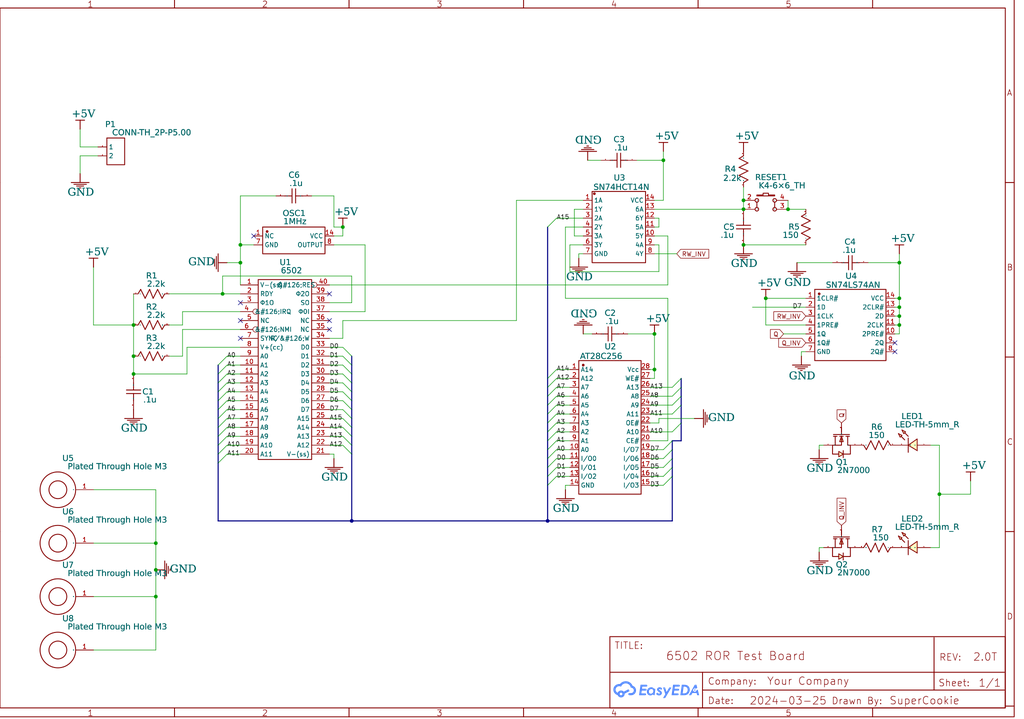
<source format=kicad_sch>
(kicad_sch (version 20250114) (generator "eeschema") (generator_version "9.0")
  (paper "User" 292.1 205.105)
  (lib_symbols
    (symbol "+5V" (power) (pin_numbers (hide yes)) (pin_names (hide yes))
      (property "Value" "+5V" (at 0 -3.81 0))
      (symbol "+5V_0_0"
        (pin power_in line (at 0 0 270) (length 0) (name "+5V") (number "1"))
      )
    )
    (symbol "2N7002"
      (property "Reference" "Q1" (at -1.5748 -6.5659 0))
      (property "Value" "2N7000" (at -1.5748 -8.8011 0))
      (symbol "2N7002_0_0"
        (pin unspecified line (at -5.08 -2.54 0) (length 2.54) (name "S") (number "1"))
        (pin unspecified line (at 0 3.81 270) (length 2.54) (name "G") (number "2"))
        (pin unspecified line (at 5.08 -2.54 180) (length 2.54) (name "D") (number "3"))
      )
    )
    (symbol "2N7002_1"
      (property "Reference" "Q2" (at -1.5748 -6.5659 0))
      (property "Value" "2N7000" (at -1.5748 -8.8011 0))
      (symbol "2N7002_1_0_0"
        (pin unspecified line (at -5.08 -2.54 0) (length 2.54) (name "S") (number "1"))
        (pin unspecified line (at 0 3.81 270) (length 2.54) (name "G") (number "2"))
        (pin unspecified line (at 5.08 -2.54 180) (length 2.54) (name "D") (number "3"))
      )
    )
    (symbol "6502"
      (property "Reference" "U1" (at -1.4986 32.6771 0))
      (property "Value" "6502" (at -1.4986 30.3911 0))
      (symbol "6502_0_0"
        (pin passive line (at -12.7 25.4 0) (length 5.08) (name "V-(ss)") (number "1"))
        (pin input line (at -12.7 22.86 0) (length 5.08) (name "RDY") (number "2"))
        (pin output line (at -12.7 20.32 0) (length 5.08) (name "Φ1O") (number "3"))
        (pin input line (at -12.7 17.78 0) (length 3.556) (name "&#126;IRQ") (number "4"))
        (pin unspecified line (at -12.7 15.24 0) (length 5.08) (name "NC") (number "5"))
        (pin input line (at -12.7 12.7 0) (length 3.556) (name "&#126;NMI") (number "6"))
        (pin output line (at -12.7 10.16 0) (length 5.08) (name "SYNC") (number "7"))
        (pin passive line (at -12.7 7.62 0) (length 5.08) (name "V+(cc)") (number "8"))
        (pin output line (at -12.7 5.08 0) (length 5.08) (name "A0") (number "9"))
        (pin output line (at -12.7 2.54 0) (length 5.08) (name "A1") (number "10"))
        (pin output line (at -12.7 0 0) (length 5.08) (name "A2") (number "11"))
        (pin output line (at -12.7 -2.54 0) (length 5.08) (name "A3") (number "12"))
        (pin output line (at -12.7 -5.08 0) (length 5.08) (name "A4") (number "13"))
        (pin output line (at -12.7 -7.62 0) (length 5.08) (name "A5") (number "14"))
        (pin output line (at -12.7 -10.16 0) (length 5.08) (name "A6") (number "15"))
        (pin output line (at -12.7 -12.7 0) (length 5.08) (name "A7") (number "16"))
        (pin output line (at -12.7 -15.24 0) (length 5.08) (name "A8") (number "17"))
        (pin output line (at -12.7 -17.78 0) (length 5.08) (name "A9") (number "18"))
        (pin output line (at -12.7 -20.32 0) (length 5.08) (name "A10") (number "19"))
        (pin output line (at -12.7 -22.86 0) (length 5.08) (name "A11") (number "20"))
        (pin input line (at 12.7 25.4 180) (length 3.556) (name "&#126;RES") (number "40"))
        (pin output line (at 12.7 22.86 180) (length 5.08) (name "Φ2O") (number "39"))
        (pin input line (at 12.7 20.32 180) (length 5.08) (name "SO") (number "38"))
        (pin input line (at 12.7 17.78 180) (length 5.08) (name "Φ0I") (number "37"))
        (pin unspecified line (at 12.7 15.24 180) (length 5.08) (name "NC") (number "36"))
        (pin unspecified line (at 12.7 12.7 180) (length 5.08) (name "NC") (number "35"))
        (pin output line (at 12.7 10.16 180) (length 5.08) (name "R/&#126;W") (number "34"))
        (pin bidirectional line (at 12.7 7.62 180) (length 5.08) (name "D0") (number "33"))
        (pin bidirectional line (at 12.7 5.08 180) (length 5.08) (name "D1") (number "32"))
        (pin bidirectional line (at 12.7 2.54 180) (length 5.08) (name "D2") (number "31"))
        (pin bidirectional line (at 12.7 0 180) (length 5.08) (name "D3") (number "30"))
        (pin bidirectional line (at 12.7 -2.54 180) (length 5.08) (name "D4") (number "29"))
        (pin bidirectional line (at 12.7 -5.08 180) (length 5.08) (name "D5") (number "28"))
        (pin bidirectional line (at 12.7 -7.62 180) (length 5.08) (name "D6") (number "27"))
        (pin bidirectional line (at 12.7 -10.16 180) (length 5.08) (name "D7") (number "26"))
        (pin output line (at 12.7 -12.7 180) (length 5.08) (name "A15") (number "25"))
        (pin output line (at 12.7 -15.24 180) (length 5.08) (name "A14") (number "24"))
        (pin output line (at 12.7 -17.78 180) (length 5.08) (name "A13") (number "23"))
        (pin output line (at 12.7 -20.32 180) (length 5.08) (name "A12") (number "22"))
        (pin passive line (at 12.7 -22.86 180) (length 5.08) (name "V-(ss)") (number "21"))
      )
    )
    (symbol "AT28C256-15PU"
      (property "Reference" "U2" (at -1.4986 23.8887 0))
      (property "Value" "AT28C256" (at -8.89 21.1963 0))
      (symbol "AT28C256-15PU_0_0"
        (pin unspecified line (at -11.43 16.51 0) (length 2.54) (name "A14") (number "1"))
        (pin unspecified line (at -11.43 13.97 0) (length 2.54) (name "A12") (number "2"))
        (pin unspecified line (at -11.43 11.43 0) (length 2.54) (name "A7") (number "3"))
        (pin unspecified line (at -11.43 8.89 0) (length 2.54) (name "A6") (number "4"))
        (pin unspecified line (at -11.43 6.35 0) (length 2.54) (name "A5") (number "5"))
        (pin unspecified line (at -11.43 3.81 0) (length 2.54) (name "A4") (number "6"))
        (pin unspecified line (at -11.43 1.27 0) (length 2.54) (name "A3") (number "7"))
        (pin unspecified line (at -11.43 -1.27 0) (length 2.54) (name "A2") (number "8"))
        (pin unspecified line (at -11.43 -3.81 0) (length 2.54) (name "A1") (number "9"))
        (pin unspecified line (at -11.43 -6.35 0) (length 2.54) (name "A0") (number "10"))
        (pin unspecified line (at -11.43 -8.89 0) (length 2.54) (name "I/O0") (number "11"))
        (pin unspecified line (at -11.43 -11.43 0) (length 2.54) (name "I/O1") (number "12"))
        (pin unspecified line (at -11.43 -13.97 0) (length 2.54) (name "I/O2") (number "13"))
        (pin unspecified line (at -11.43 -16.51 0) (length 2.54) (name "GND") (number "14"))
        (pin unspecified line (at 11.43 16.51 180) (length 2.54) (name "Vcc") (number "28"))
        (pin unspecified line (at 11.43 13.97 180) (length 2.54) (name "WE#") (number "27"))
        (pin unspecified line (at 11.43 11.43 180) (length 2.54) (name "A13") (number "26"))
        (pin unspecified line (at 11.43 8.89 180) (length 2.54) (name "A8") (number "25"))
        (pin unspecified line (at 11.43 6.35 180) (length 2.54) (name "A9") (number "24"))
        (pin unspecified line (at 11.43 3.81 180) (length 2.54) (name "A11") (number "23"))
        (pin unspecified line (at 11.43 1.27 180) (length 2.54) (name "OE#") (number "22"))
        (pin unspecified line (at 11.43 -1.27 180) (length 2.54) (name "A10") (number "21"))
        (pin unspecified line (at 11.43 -3.81 180) (length 2.54) (name "CE#") (number "20"))
        (pin unspecified line (at 11.43 -6.35 180) (length 2.54) (name "I/O7") (number "19"))
        (pin unspecified line (at 11.43 -8.89 180) (length 2.54) (name "I/O6") (number "18"))
        (pin unspecified line (at 11.43 -11.43 180) (length 2.54) (name "I/O5") (number "17"))
        (pin unspecified line (at 11.43 -13.97 180) (length 2.54) (name "I/O4") (number "16"))
        (pin unspecified line (at 11.43 -16.51 180) (length 2.54) (name "I/O3") (number "15"))
      )
    )
    (symbol "CONN-TH_2P-P5.00"
      (property "Reference" "P1" (at -2.9718 8.5471 0))
      (property "Value" "CONN-TH_2P-P5.00" (at -2.9718 6.2611 0))
      (symbol "CONN-TH_2P-P5.00_0_0"
        (pin unspecified line (at -5.08 1.27 0) (length 2.54) (name "1") (number "1"))
        (pin unspecified line (at -5.08 -1.27 0) (length 2.54) (name "2") (number "2"))
      )
    )
    (symbol "C_RAD-0.2_US"
      (property "Reference" "C2" (at -1.4986 6.7945 0))
      (property "Value" ".1u" (at -1.4986 4.4831 0))
      (symbol "C_RAD-0.2_US_0_0"
        (pin unspecified line (at -5.08 0 0) (length 2.54) (name "1") (number "1"))
        (pin unspecified line (at 5.08 0 180) (length 2.54) (name "2") (number "2"))
      )
    )
    (symbol "C_RAD-0.2_US_1"
      (property "Reference" "C3" (at -1.4986 6.7945 0))
      (property "Value" ".1u" (at -1.4986 4.4831 0))
      (symbol "C_RAD-0.2_US_1_0_0"
        (pin unspecified line (at -5.08 0 0) (length 2.54) (name "1") (number "1"))
        (pin unspecified line (at 5.08 0 180) (length 2.54) (name "2") (number "2"))
      )
    )
    (symbol "C_RAD-0.2_US_2"
      (property "Reference" "C5" (at -2.54 0.8509 0))
      (property "Value" ".1u" (at -2.54 -1.3843 0))
      (symbol "C_RAD-0.2_US_2_0_0"
        (pin unspecified line (at 0 5.08 270) (length 2.54) (name "2") (number "2"))
        (pin unspecified line (at 0 -5.08 90) (length 2.54) (name "1") (number "1"))
      )
    )
    (symbol "C_RAD-0.2_US_3"
      (property "Reference" "C4" (at 1.4986 6.7691 0))
      (property "Value" ".1u" (at 1.778 4.4831 0))
      (symbol "C_RAD-0.2_US_3_0_0"
        (pin unspecified line (at -5.08 0 0) (length 2.54) (name "1") (number "1"))
        (pin unspecified line (at 5.08 0 180) (length 2.54) (name "2") (number "2"))
      )
    )
    (symbol "C_RAD-0.2_US_4"
      (property "Reference" "C1" (at 2.54 0.8509 0))
      (property "Value" ".1u" (at 2.54 -1.3843 0))
      (symbol "C_RAD-0.2_US_4_0_0"
        (pin unspecified line (at 0 5.08 270) (length 2.54) (name "1") (number "1"))
        (pin unspecified line (at 0 -5.08 90) (length 2.54) (name "2") (number "2"))
      )
    )
    (symbol "C_RAD-0.2_US_5"
      (property "Reference" "C6" (at -1.4986 6.7945 0))
      (property "Value" ".1u" (at -1.4986 4.4831 0))
      (symbol "C_RAD-0.2_US_5_0_0"
        (pin unspecified line (at -5.08 0 0) (length 2.54) (name "1") (number "1"))
        (pin unspecified line (at 5.08 0 180) (length 2.54) (name "2") (number "2"))
      )
    )
    (symbol "GND" (power) (pin_numbers (hide yes)) (pin_names (hide yes))
      (property "Value" "GND" (at 0 -6.35 0))
      (symbol "GND_0_0"
        (pin power_in line (at 0 0 270) (length 0) (name "GND") (number "1"))
      )
    )
    (symbol "K4-6×6_TH"
      (property "Reference" "RESET" (at -3.0226 8.6741 0))
      (property "Value" "K4-6×6_TH" (at -3.0226 6.3627 0))
      (symbol "K4-6×6_TH_0_0"
        (pin unspecified line (at -6.35 1.27 0) (length 3.302) (name "2") (number "2"))
        (pin unspecified line (at -6.35 -1.27 0) (length 3.302) (name "1") (number "1"))
        (pin unspecified line (at 6.35 1.27 180) (length 3.302) (name "4") (number "4"))
        (pin unspecified line (at 6.35 -1.27 180) (length 3.302) (name "3") (number "3"))
      )
    )
    (symbol "LED-TH-5mm_R"
      (property "Reference" "LED1" (at 2.9464 9.0805 0))
      (property "Value" "LED-TH-5mm_R" (at 14.7574 6.7691 0))
      (symbol "LED-TH-5mm_R_0_0"
        (pin unspecified line (at -5.08 0 0) (length 3.81) (name "2") (number "2"))
        (pin unspecified line (at 5.08 0 180) (length 3.81) (name "1") (number "1"))
      )
    )
    (symbol "LED-TH-5mm_R_1"
      (property "Reference" "LED2" (at 2.9464 9.0551 0))
      (property "Value" "LED-TH-5mm_R" (at 14.732 6.7691 0))
      (symbol "LED-TH-5mm_R_1_0_0"
        (pin unspecified line (at -5.08 0 0) (length 3.81) (name "2") (number "2"))
        (pin unspecified line (at 5.08 0 180) (length 3.81) (name "1") (number "1"))
      )
    )
    (symbol "MXO45-3C-1M228800"
      (property "Reference" "OSC1" (at -3.175 8.5725 0))
      (property "Value" "1MHz" (at -3.175 6.3119 0))
      (symbol "MXO45-3C-1M228800_0_0"
        (pin unspecified line (at -11.43 1.27 0) (length 2.54) (name "NC") (number "1"))
        (pin unspecified line (at -11.43 -1.27 0) (length 2.54) (name "GND") (number "7"))
        (pin unspecified line (at 11.43 1.27 180) (length 2.54) (name "VCC") (number "14"))
        (pin unspecified line (at 11.43 -1.27 180) (length 2.54) (name "OUTPUT") (number "8"))
      )
    )
    (symbol "Plated Through Hole M3"
      (property "Reference" "U8" (at -6.3246 9.8171 0))
      (property "Value" "Plated Through Hole M3" (at -6.3246 7.5311 0))
      (symbol "Plated Through Hole M3_0_0"
        (pin unspecified line (at 2.54 0 180) (length 5.08) (name "1") (number "1"))
      )
    )
    (symbol "Plated Through Hole M3_1"
      (property "Reference" "U7" (at -6.3246 9.8171 0))
      (property "Value" "Plated Through Hole M3" (at -6.3246 7.5311 0))
      (symbol "Plated Through Hole M3_1_0_0"
        (pin unspecified line (at 2.54 0 180) (length 5.08) (name "1") (number "1"))
      )
    )
    (symbol "Plated Through Hole M3_2"
      (property "Reference" "U6" (at -6.3246 9.8171 0))
      (property "Value" "Plated Through Hole M3" (at -6.3246 7.5311 0))
      (symbol "Plated Through Hole M3_2_0_0"
        (pin unspecified line (at 2.54 0 180) (length 5.08) (name "1") (number "1"))
      )
    )
    (symbol "Plated Through Hole M3_3"
      (property "Reference" "U5" (at -6.3246 9.8171 0))
      (property "Value" "Plated Through Hole M3" (at -6.3246 7.5311 0))
      (symbol "Plated Through Hole M3_3_0_0"
        (pin unspecified line (at 2.54 0 180) (length 5.08) (name "1") (number "1"))
      )
    )
    (symbol "R_AXIAL-0.4_US"
      (property "Reference" "R1" (at -1.4986 6.0071 0))
      (property "Value" "2.2k" (at -1.4986 3.7211 0))
      (symbol "R_AXIAL-0.4_US_0_0"
        (pin unspecified line (at -5.08 0 0) (length 1.27) (name "1") (number "1"))
        (pin unspecified line (at 5.08 0 180) (length 1.27) (name "2") (number "2"))
      )
    )
    (symbol "R_AXIAL-0.4_US_1"
      (property "Reference" "R2" (at -1.4986 6.0071 0))
      (property "Value" "2.2k" (at -1.4986 3.7211 0))
      (symbol "R_AXIAL-0.4_US_1_0_0"
        (pin unspecified line (at -5.08 0 0) (length 1.27) (name "1") (number "1"))
        (pin unspecified line (at 5.08 0 180) (length 1.27) (name "2") (number "2"))
      )
    )
    (symbol "R_AXIAL-0.4_US_2"
      (property "Reference" "R3" (at -1.4986 6.0071 0))
      (property "Value" "2.2k" (at -1.4986 3.7211 0))
      (symbol "R_AXIAL-0.4_US_2_0_0"
        (pin unspecified line (at -5.08 0 0) (length 1.27) (name "1") (number "1"))
        (pin unspecified line (at 5.08 0 180) (length 1.27) (name "2") (number "2"))
      )
    )
    (symbol "R_AXIAL-0.4_US_3"
      (property "Reference" "R4" (at -5.3086 0.8763 0))
      (property "Value" "2.2k" (at -6.0452 -1.6637 0))
      (symbol "R_AXIAL-0.4_US_3_0_0"
        (pin unspecified line (at 0 5.08 270) (length 1.27) (name "1") (number "1"))
        (pin unspecified line (at 0 -5.08 90) (length 1.27) (name "2") (number "2"))
      )
    )
    (symbol "R_AXIAL-0.4_US_4"
      (property "Reference" "R5" (at -1.778 0.9017 0))
      (property "Value" "150" (at -1.778 -1.4097 0))
      (symbol "R_AXIAL-0.4_US_4_0_0"
        (pin unspecified line (at 0 5.08 270) (length 1.27) (name "2") (number "2"))
        (pin unspecified line (at 0 -5.08 90) (length 1.27) (name "1") (number "1"))
      )
    )
    (symbol "R_AXIAL-0.4_US_5"
      (property "Reference" "R6" (at 1.4986 6.0325 0))
      (property "Value" "150" (at 2.4384 3.7211 0))
      (symbol "R_AXIAL-0.4_US_5_0_0"
        (pin unspecified line (at -5.08 0 0) (length 1.27) (name "1") (number "1"))
        (pin unspecified line (at 5.08 0 180) (length 1.27) (name "2") (number "2"))
      )
    )
    (symbol "R_AXIAL-0.4_US_6"
      (property "Reference" "R7" (at -1.4986 6.0071 0))
      (property "Value" "150" (at -1.4986 3.7211 0))
      (symbol "R_AXIAL-0.4_US_6_0_0"
        (pin unspecified line (at -5.08 0 0) (length 1.27) (name "2") (number "2"))
        (pin unspecified line (at 5.08 0 180) (length 1.27) (name "1") (number "1"))
      )
    )
    (symbol "SN74HCT14N"
      (property "Reference" "U3" (at -1.4478 14.8971 0))
      (property "Value" "SN74HCT14N" (at -7.5692 12.2809 0))
      (symbol "SN74HCT14N_0_0"
        (pin unspecified line (at -10.16 7.62 0) (length 2.54) (name "1A") (number "1"))
        (pin unspecified line (at -10.16 5.08 0) (length 2.54) (name "1Y") (number "2"))
        (pin unspecified line (at -10.16 2.54 0) (length 2.54) (name "2A") (number "3"))
        (pin unspecified line (at -10.16 0 0) (length 2.54) (name "2Y") (number "4"))
        (pin unspecified line (at -10.16 -2.54 0) (length 2.54) (name "3A") (number "5"))
        (pin unspecified line (at -10.16 -5.08 0) (length 2.54) (name "3Y") (number "6"))
        (pin unspecified line (at -10.16 -7.62 0) (length 2.54) (name "GND") (number "7"))
        (pin unspecified line (at 10.16 7.62 180) (length 2.54) (name "VCC") (number "14"))
        (pin unspecified line (at 10.16 5.08 180) (length 2.54) (name "6A") (number "13"))
        (pin unspecified line (at 10.16 2.54 180) (length 2.54) (name "6Y") (number "12"))
        (pin unspecified line (at 10.16 0 180) (length 2.54) (name "5A") (number "11"))
        (pin unspecified line (at 10.16 -2.54 180) (length 2.54) (name "5Y") (number "10"))
        (pin unspecified line (at 10.16 -5.08 180) (length 2.54) (name "4A") (number "9"))
        (pin unspecified line (at 10.16 -7.62 180) (length 2.54) (name "4Y") (number "8"))
      )
    )
    (symbol "SN74LS74AN"
      (property "Reference" "U4" (at -1.3716 14.7955 0))
      (property "Value" "SN74LS74AN" (at -7.366 12.3063 0))
      (symbol "SN74LS74AN_0_0"
        (pin unspecified line (at -12.7 7.62 0) (length 2.54) (name "1CLR#") (number "1"))
        (pin unspecified line (at -12.7 5.08 0) (length 2.54) (name "1D") (number "2"))
        (pin unspecified line (at -12.7 2.54 0) (length 2.54) (name "1CLK") (number "3"))
        (pin unspecified line (at -12.7 0 0) (length 2.54) (name "1PRE#") (number "4"))
        (pin unspecified line (at -12.7 -2.54 0) (length 2.54) (name "1Q") (number "5"))
        (pin unspecified line (at -12.7 -5.08 0) (length 2.54) (name "1Q#") (number "6"))
        (pin unspecified line (at -12.7 -7.62 0) (length 2.54) (name "GND") (number "7"))
        (pin unspecified line (at 12.7 7.62 180) (length 2.54) (name "VCC") (number "14"))
        (pin unspecified line (at 12.7 5.08 180) (length 2.54) (name "2CLR#") (number "13"))
        (pin unspecified line (at 12.7 2.54 180) (length 2.54) (name "2D") (number "12"))
        (pin unspecified line (at 12.7 0 180) (length 2.54) (name "2CLK") (number "11"))
        (pin unspecified line (at 12.7 -2.54 180) (length 2.54) (name "2PRE#") (number "10"))
        (pin unspecified line (at 12.7 -5.08 180) (length 2.54) (name "2Q") (number "9"))
        (pin unspecified line (at 12.7 -7.62 180) (length 2.54) (name "2Q#") (number "8"))
      )
    )
    (symbol "Unknown_0_-806"
      (symbol "Unknown_0_-806_0_0"
        (text "A" (at 0.381 -25.7429 0) (effects (font (size 1.6891 1.6891)) (justify left top)))
        (text "B" (at 0.381 -75.5269 0) (effects (font (size 1.6891 1.6891)) (justify left top)))
        (text "C" (at 0.381 -125.3109 0) (effects (font (size 1.6891 1.6891)) (justify left top)))
        (text "D" (at 0.381 -175.0949 0) (effects (font (size 1.6891 1.6891)) (justify left top)))
        (text "1" (at 27.432 -0.4699 0) (effects (font (size 1.6891 1.6891)) (justify left top)))
        (text "1" (at 27.432 -202.6539 0) (effects (font (size 1.6891 1.6891)) (justify left top)))
        (text "2" (at 77.216 -0.4699 0) (effects (font (size 1.6891 1.6891)) (justify left top)))
        (text "2" (at 77.216 -202.6539 0) (effects (font (size 1.6891 1.6891)) (justify left top)))
        (text "3" (at 127 -0.4699 0) (effects (font (size 1.6891 1.6891)) (justify left top)))
        (text "3" (at 127 -202.6539 0) (effects (font (size 1.6891 1.6891)) (justify left top)))
        (text "4" (at 176.784 -0.4699 0) (effects (font (size 1.6891 1.6891)) (justify left top)))
        (text "4" (at 176.784 -202.6539 0) (effects (font (size 1.6891 1.6891)) (justify left top)))
        (text "TITLE:" (at 177.7746 -183.2356 0) (effects (font (size 1.9304 1.9304)) (justify left top)))
        (text "6502 ROR Test Board" (at 192.4304 -185.928 0) (effects (font (size 2.413 2.413)) (justify left top)))
        (text "Company:" (at 204.3684 -193.4464 0) (effects (font (size 1.9304 1.9304)) (justify left top)))
        (text "Date:" (at 204.3684 -198.9836 0) (effects (font (size 1.9304 1.9304)) (justify left top)))
        (text "2024-03-25" (at 216.3064 -198.8439 0) (effects (font (size 2.1717 2.1717)) (justify left top)))
        (text "Your Company" (at 221.2848 -193.2305 0) (effects (font (size 2.1717 2.1717)) (justify left top)))
        (text "5" (at 226.568 -0.4699 0) (effects (font (size 1.6891 1.6891)) (justify left top)))
        (text "5" (at 226.568 -202.6539 0) (effects (font (size 1.6891 1.6891)) (justify left top)))
        (text "Drawn By:" (at 239.6744 -199.0344 0) (effects (font (size 1.9304 1.9304)) (justify left top)))
        (text "SuperCookie" (at 256.1844 -198.7931 0) (effects (font (size 2.1717 2.1717)) (justify left top)))
        (text "Sheet:" (at 270.1544 -193.9036 0) (effects (font (size 1.9304 1.9304)) (justify left top)))
        (text "REV:" (at 270.4084 -186.5884 0) (effects (font (size 1.9304 1.9304)) (justify left top)))
        (text "2.0T" (at 280.0604 -186.3471 0) (effects (font (size 2.1717 2.1717)) (justify left top)))
        (text "1/1" (at 281.5844 -193.7639 0) (effects (font (size 2.1717 2.1717)) (justify left top)))
        (text "A" (at 289.687 -25.7429 0) (effects (font (size 1.6891 1.6891)) (justify left top)))
        (text "B" (at 289.687 -75.5269 0) (effects (font (size 1.6891 1.6891)) (justify left top)))
        (text "C" (at 289.687 -125.3109 0) (effects (font (size 1.6891 1.6891)) (justify left top)))
        (text "D" (at 289.687 -175.0949 0) (effects (font (size 1.6891 1.6891)) (justify left top)))
      )
    )
  )
  (junction (at 189.23 45.72))
  (junction (at 212.09 69.85))
  (junction (at 97.79 64.77))
  (junction (at 68.58 74.93))
  (junction (at 256.54 92.71))
  (junction (at 44.45 162.56))
  (junction (at 256.54 85.09))
  (junction (at 44.45 154.94))
  (junction (at 224.79 59.69))
  (junction (at 256.54 87.63))
  (junction (at 38.1 92.71))
  (junction (at 38.1 106.68))
  (junction (at 256.54 74.93))
  (junction (at 186.69 95.25))
  (junction (at 100.33 148.59))
  (junction (at 218.44 85.09))
  (junction (at 156.21 148.59))
  (junction (at 212.09 59.69))
  (junction (at 38.1 101.6))
  (junction (at 44.45 170.18))
  (junction (at 186.69 105.41))
  (junction (at 212.09 57.15))
  (junction (at 256.54 90.17))
  (junction (at 267.97 140.97))
  (junction (at 63.5 83.82))
  (junction (at 68.58 69.85))
  (no_connect (at 68.58 91.44))
  (no_connect (at 68.58 96.52))
  (no_connect (at 72.39 67.31))
  (no_connect (at 93.98 93.98))
  (no_connect (at 255.27 100.33))
  (no_connect (at 68.58 86.36))
  (no_connect (at 255.27 97.79))
  (no_connect (at 93.98 83.82))
  (no_connect (at 93.98 91.44))
  (bus_entry (at 189.23 130.81) (size 2.54 -2.54))
  (bus_entry (at 191.77 123.19) (size 2.54 -2.54))
  (bus_entry (at 158.75 113.03) (size -2.54 2.54))
  (bus_entry (at 189.23 135.89) (size 2.54 -2.54))
  (bus_entry (at 64.77 116.84) (size -2.54 2.54))
  (bus_entry (at 100.33 119.38) (size -2.54 -2.54))
  (bus_entry (at 158.75 133.35) (size -2.54 2.54))
  (bus_entry (at 158.75 118.11) (size -2.54 2.54))
  (bus_entry (at 100.33 124.46) (size -2.54 -2.54))
  (bus_entry (at 158.75 105.41) (size -2.54 2.54))
  (bus_entry (at 100.33 111.76) (size -2.54 -2.54))
  (bus_entry (at 158.75 120.65) (size -2.54 2.54))
  (bus_entry (at 64.77 121.92) (size -2.54 2.54))
  (bus_entry (at 100.33 127) (size -2.54 -2.54))
  (bus_entry (at 158.75 128.27) (size -2.54 2.54))
  (bus_entry (at 158.75 130.81) (size -2.54 2.54))
  (bus_entry (at 100.33 106.68) (size -2.54 -2.54))
  (bus_entry (at 189.23 133.35) (size 2.54 -2.54))
  (bus_entry (at 158.75 107.95) (size -2.54 2.54))
  (bus_entry (at 189.23 128.27) (size 2.54 -2.54))
  (bus_entry (at 100.33 129.54) (size -2.54 -2.54))
  (bus_entry (at 158.75 135.89) (size -2.54 2.54))
  (bus_entry (at 100.33 114.3) (size -2.54 -2.54))
  (bus_entry (at 158.75 123.19) (size -2.54 2.54))
  (bus_entry (at 100.33 104.14) (size -2.54 -2.54))
  (bus_entry (at 64.77 119.38) (size -2.54 2.54))
  (bus_entry (at 191.77 115.57) (size 2.54 -2.54))
  (bus_entry (at 64.77 104.14) (size -2.54 2.54))
  (bus_entry (at 100.33 109.22) (size -2.54 -2.54))
  (bus_entry (at 158.75 110.49) (size -2.54 2.54))
  (bus_entry (at 100.33 101.6) (size -2.54 -2.54))
  (bus_entry (at 64.77 129.54) (size -2.54 2.54))
  (bus_entry (at 64.77 114.3) (size -2.54 2.54))
  (bus_entry (at 64.77 106.68) (size -2.54 2.54))
  (bus_entry (at 64.77 124.46) (size -2.54 2.54))
  (bus_entry (at 191.77 110.49) (size 2.54 -2.54))
  (bus_entry (at 100.33 121.92) (size -2.54 -2.54))
  (bus_entry (at 158.75 62.23) (size -2.54 2.54))
  (bus_entry (at 158.75 115.57) (size -2.54 2.54))
  (bus_entry (at 100.33 116.84) (size -2.54 -2.54))
  (bus_entry (at 189.23 138.43) (size 2.54 -2.54))
  (bus_entry (at 64.77 111.76) (size -2.54 2.54))
  (bus_entry (at 158.75 125.73) (size -2.54 2.54))
  (bus_entry (at 191.77 118.11) (size 2.54 -2.54))
  (bus_entry (at 64.77 127) (size -2.54 2.54))
  (bus_entry (at 191.77 113.03) (size 2.54 -2.54))
  (bus_entry (at 64.77 109.22) (size -2.54 2.54))
  (bus_entry (at 64.77 101.6) (size -2.54 2.54))
  (wire (pts (xy 186.69 107.95) (xy 186.69 105.41)))
  (wire (pts (xy 26.67 185.42) (xy 44.45 185.42)))
  (wire (pts (xy 38.1 92.71) (xy 26.67 92.71)))
  (wire (pts (xy 224.79 57.15) (xy 224.79 59.69)))
  (wire (pts (xy 44.45 162.56) (xy 44.45 154.94)))
  (wire (pts (xy 165.1 73.66) (xy 165.1 72.39)))
  (wire (pts (xy 185.42 115.57) (xy 191.77 115.57)))
  (wire (pts (xy 26.67 170.18) (xy 44.45 170.18)))
  (wire (pts (xy 68.58 116.84) (xy 64.77 116.84)))
  (bus (pts (xy 156.21 120.65) (xy 156.21 123.19)))
  (wire (pts (xy 185.42 133.35) (xy 189.23 133.35)))
  (wire (pts (xy 48.26 83.82) (xy 63.5 83.82)))
  (wire (pts (xy 95.25 55.88) (xy 95.25 64.77)))
  (wire (pts (xy 228.6 101.6) (xy 228.6 100.33)))
  (wire (pts (xy 26.67 154.94) (xy 44.45 154.94)))
  (wire (pts (xy 104.14 69.85) (xy 104.14 88.9)))
  (wire (pts (xy 44.45 185.42) (xy 44.45 170.18)))
  (wire (pts (xy 187.96 62.23) (xy 187.96 64.77)))
  (wire (pts (xy 27.94 44.45) (xy 22.86 44.45)))
  (wire (pts (xy 147.32 57.15) (xy 147.32 91.44)))
  (wire (pts (xy 190.5 81.28) (xy 93.98 81.28)))
  (wire (pts (xy 68.58 104.14) (xy 64.77 104.14)))
  (wire (pts (xy 233.68 127) (xy 233.68 128.27)))
  (bus (pts (xy 194.31 110.49) (xy 194.31 113.03)))
  (wire (pts (xy 68.58 111.76) (xy 64.77 111.76)))
  (wire (pts (xy 255.27 85.09) (xy 256.54 85.09)))
  (bus (pts (xy 191.77 135.89) (xy 191.77 148.59)))
  (wire (pts (xy 68.58 101.6) (xy 64.77 101.6)))
  (wire (pts (xy 190.5 125.73) (xy 185.42 125.73)))
  (wire (pts (xy 100.33 78.74) (xy 63.5 78.74)))
  (wire (pts (xy 162.56 128.27) (xy 158.75 128.27)))
  (wire (pts (xy 237.49 74.93) (xy 227.33 74.93)))
  (wire (pts (xy 93.98 86.36) (xy 100.33 86.36)))
  (wire (pts (xy 52.07 101.6) (xy 52.07 93.98)))
  (wire (pts (xy 212.09 69.85) (xy 229.87 69.85)))
  (wire (pts (xy 97.79 64.77) (xy 97.79 67.31)))
  (wire (pts (xy 68.58 119.38) (xy 64.77 119.38)))
  (bus (pts (xy 62.23 109.22) (xy 62.23 111.76)))
  (bus (pts (xy 156.21 128.27) (xy 156.21 130.81)))
  (wire (pts (xy 166.37 62.23) (xy 158.75 62.23)))
  (wire (pts (xy 93.98 111.76) (xy 97.79 111.76)))
  (wire (pts (xy 223.52 95.25) (xy 229.87 95.25)))
  (bus (pts (xy 100.33 127) (xy 100.33 129.54)))
  (wire (pts (xy 255.27 87.63) (xy 256.54 87.63)))
  (wire (pts (xy 26.67 92.71) (xy 26.67 76.2)))
  (wire (pts (xy 166.37 59.69) (xy 163.83 59.69)))
  (wire (pts (xy 267.97 156.21) (xy 265.43 156.21)))
  (wire (pts (xy 162.56 77.47) (xy 187.96 77.47)))
  (wire (pts (xy 161.29 139.7) (xy 161.29 138.43)))
  (wire (pts (xy 267.97 140.97) (xy 267.97 156.21)))
  (bus (pts (xy 62.23 119.38) (xy 62.23 121.92)))
  (wire (pts (xy 52.07 93.98) (xy 68.58 93.98)))
  (wire (pts (xy 93.98 119.38) (xy 97.79 119.38)))
  (bus (pts (xy 191.77 128.27) (xy 191.77 130.81)))
  (wire (pts (xy 68.58 129.54) (xy 64.77 129.54)))
  (wire (pts (xy 185.42 113.03) (xy 191.77 113.03)))
  (wire (pts (xy 68.58 55.88) (xy 68.58 69.85)))
  (wire (pts (xy 38.1 101.6) (xy 38.1 92.71)))
  (wire (pts (xy 97.79 96.52) (xy 93.98 96.52)))
  (wire (pts (xy 72.39 69.85) (xy 68.58 69.85)))
  (bus (pts (xy 62.23 148.59) (xy 100.33 148.59)))
  (bus (pts (xy 156.21 130.81) (xy 156.21 133.35)))
  (wire (pts (xy 187.96 120.65) (xy 187.96 119.38)))
  (wire (pts (xy 212.09 53.34) (xy 212.09 57.15)))
  (wire (pts (xy 68.58 69.85) (xy 68.58 74.93)))
  (wire (pts (xy 265.43 127) (xy 267.97 127)))
  (wire (pts (xy 190.5 67.31) (xy 190.5 81.28)))
  (bus (pts (xy 156.21 125.73) (xy 156.21 128.27)))
  (wire (pts (xy 162.56 123.19) (xy 158.75 123.19)))
  (wire (pts (xy 185.42 138.43) (xy 189.23 138.43)))
  (wire (pts (xy 48.26 101.6) (xy 52.07 101.6)))
  (wire (pts (xy 228.6 100.33) (xy 229.87 100.33)))
  (bus (pts (xy 62.23 132.08) (xy 62.23 148.59)))
  (wire (pts (xy 44.45 170.18) (xy 44.45 162.56)))
  (wire (pts (xy 53.34 99.06) (xy 68.58 99.06)))
  (bus (pts (xy 156.21 135.89) (xy 156.21 138.43)))
  (bus (pts (xy 191.77 125.73) (xy 191.77 128.27)))
  (wire (pts (xy 162.56 107.95) (xy 158.75 107.95)))
  (wire (pts (xy 166.37 64.77) (xy 161.29 64.77)))
  (wire (pts (xy 218.44 92.71) (xy 218.44 85.09)))
  (wire (pts (xy 185.42 105.41) (xy 186.69 105.41)))
  (wire (pts (xy 256.54 74.93) (xy 256.54 72.39)))
  (wire (pts (xy 187.96 119.38) (xy 198.12 119.38)))
  (bus (pts (xy 194.31 115.57) (xy 194.31 120.65)))
  (wire (pts (xy 52.07 92.71) (xy 48.26 92.71)))
  (wire (pts (xy 185.42 110.49) (xy 191.77 110.49)))
  (bus (pts (xy 100.33 111.76) (xy 100.33 114.3)))
  (bus (pts (xy 156.21 118.11) (xy 156.21 120.65)))
  (wire (pts (xy 161.29 64.77) (xy 161.29 85.09)))
  (wire (pts (xy 247.65 74.93) (xy 256.54 74.93)))
  (wire (pts (xy 186.69 67.31) (xy 190.5 67.31)))
  (wire (pts (xy 93.98 104.14) (xy 97.79 104.14)))
  (bus (pts (xy 62.23 129.54) (xy 62.23 132.08)))
  (wire (pts (xy 147.32 91.44) (xy 97.79 91.44)))
  (wire (pts (xy 38.1 106.68) (xy 38.1 101.6)))
  (wire (pts (xy 53.34 106.68) (xy 53.34 99.06)))
  (wire (pts (xy 68.58 114.3) (xy 64.77 114.3)))
  (wire (pts (xy 163.83 59.69) (xy 163.83 67.31)))
  (wire (pts (xy 93.98 109.22) (xy 97.79 109.22)))
  (bus (pts (xy 100.33 106.68) (xy 100.33 109.22)))
  (bus (pts (xy 100.33 129.54) (xy 100.33 148.59)))
  (wire (pts (xy 93.98 106.68) (xy 97.79 106.68)))
  (wire (pts (xy 22.86 41.91) (xy 27.94 41.91)))
  (wire (pts (xy 100.33 86.36) (xy 100.33 78.74)))
  (wire (pts (xy 162.56 118.11) (xy 158.75 118.11)))
  (wire (pts (xy 93.98 101.6) (xy 97.79 101.6)))
  (bus (pts (xy 100.33 109.22) (xy 100.33 111.76)))
  (wire (pts (xy 44.45 154.94) (xy 44.45 139.7)))
  (bus (pts (xy 62.23 121.92) (xy 62.23 124.46)))
  (wire (pts (xy 63.5 83.82) (xy 68.58 83.82)))
  (wire (pts (xy 95.25 64.77) (xy 97.79 64.77)))
  (bus (pts (xy 191.77 130.81) (xy 191.77 133.35)))
  (wire (pts (xy 185.42 130.81) (xy 189.23 130.81)))
  (wire (pts (xy 95.25 69.85) (xy 104.14 69.85)))
  (wire (pts (xy 267.97 127) (xy 267.97 140.97)))
  (wire (pts (xy 68.58 124.46) (xy 64.77 124.46)))
  (wire (pts (xy 78.74 55.88) (xy 68.58 55.88)))
  (bus (pts (xy 100.33 101.6) (xy 100.33 104.14)))
  (bus (pts (xy 62.23 116.84) (xy 62.23 119.38)))
  (wire (pts (xy 44.45 139.7) (xy 26.67 139.7)))
  (wire (pts (xy 256.54 90.17) (xy 256.54 87.63)))
  (wire (pts (xy 93.98 127) (xy 97.79 127)))
  (wire (pts (xy 22.86 36.83) (xy 22.86 41.91)))
  (wire (pts (xy 162.56 115.57) (xy 158.75 115.57)))
  (bus (pts (xy 156.21 107.95) (xy 156.21 110.49)))
  (wire (pts (xy 185.42 107.95) (xy 186.69 107.95)))
  (wire (pts (xy 52.07 88.9) (xy 52.07 92.71)))
  (bus (pts (xy 156.21 115.57) (xy 156.21 118.11)))
  (wire (pts (xy 190.5 85.09) (xy 190.5 125.73)))
  (wire (pts (xy 214.63 87.63) (xy 229.87 87.63)))
  (wire (pts (xy 93.98 116.84) (xy 97.79 116.84)))
  (wire (pts (xy 97.79 67.31) (xy 95.25 67.31)))
  (wire (pts (xy 189.23 57.15) (xy 189.23 45.72)))
  (wire (pts (xy 212.09 59.69) (xy 212.09 57.15)))
  (wire (pts (xy 256.54 87.63) (xy 256.54 85.09)))
  (bus (pts (xy 100.33 104.14) (xy 100.33 106.68)))
  (wire (pts (xy 63.5 78.74) (xy 63.5 83.82)))
  (wire (pts (xy 68.58 121.92) (xy 64.77 121.92)))
  (wire (pts (xy 185.42 118.11) (xy 191.77 118.11)))
  (bus (pts (xy 156.21 64.77) (xy 156.21 107.95)))
  (wire (pts (xy 162.56 133.35) (xy 158.75 133.35)))
  (wire (pts (xy 97.79 91.44) (xy 97.79 96.52)))
  (wire (pts (xy 186.69 105.41) (xy 186.69 95.25)))
  (wire (pts (xy 255.27 90.17) (xy 256.54 90.17)))
  (bus (pts (xy 191.77 133.35) (xy 191.77 135.89)))
  (bus (pts (xy 62.23 106.68) (xy 62.23 109.22)))
  (wire (pts (xy 166.37 69.85) (xy 162.56 69.85)))
  (wire (pts (xy 256.54 95.25) (xy 256.54 92.71)))
  (wire (pts (xy 162.56 69.85) (xy 162.56 77.47)))
  (wire (pts (xy 276.86 137.16) (xy 276.86 140.97)))
  (bus (pts (xy 194.31 107.95) (xy 194.31 110.49)))
  (wire (pts (xy 161.29 138.43) (xy 162.56 138.43)))
  (wire (pts (xy 167.64 45.72) (xy 171.45 45.72)))
  (wire (pts (xy 68.58 109.22) (xy 64.77 109.22)))
  (wire (pts (xy 163.83 67.31) (xy 166.37 67.31)))
  (wire (pts (xy 88.9 55.88) (xy 95.25 55.88)))
  (wire (pts (xy 233.68 157.48) (xy 233.68 156.21)))
  (wire (pts (xy 38.1 106.68) (xy 53.34 106.68)))
  (wire (pts (xy 68.58 81.28) (xy 68.58 74.93)))
  (bus (pts (xy 62.23 111.76) (xy 62.23 114.3)))
  (wire (pts (xy 165.1 72.39) (xy 166.37 72.39)))
  (bus (pts (xy 100.33 114.3) (xy 100.33 116.84)))
  (wire (pts (xy 93.98 124.46) (xy 97.79 124.46)))
  (bus (pts (xy 100.33 124.46) (xy 100.33 127)))
  (wire (pts (xy 218.44 85.09) (xy 229.87 85.09)))
  (wire (pts (xy 95.25 129.54) (xy 95.25 130.81)))
  (wire (pts (xy 233.68 156.21) (xy 234.95 156.21)))
  (wire (pts (xy 38.1 83.82) (xy 38.1 92.71)))
  (wire (pts (xy 185.42 123.19) (xy 191.77 123.19)))
  (bus (pts (xy 156.21 123.19) (xy 156.21 125.73)))
  (wire (pts (xy 185.42 135.89) (xy 189.23 135.89)))
  (wire (pts (xy 256.54 92.71) (xy 256.54 90.17)))
  (wire (pts (xy 68.58 127) (xy 64.77 127)))
  (bus (pts (xy 156.21 110.49) (xy 156.21 113.03)))
  (wire (pts (xy 276.86 140.97) (xy 267.97 140.97)))
  (bus (pts (xy 62.23 127) (xy 62.23 129.54)))
  (wire (pts (xy 93.98 129.54) (xy 95.25 129.54)))
  (bus (pts (xy 62.23 104.14) (xy 62.23 106.68)))
  (wire (pts (xy 185.42 128.27) (xy 189.23 128.27)))
  (wire (pts (xy 186.69 62.23) (xy 187.96 62.23)))
  (wire (pts (xy 162.56 105.41) (xy 158.75 105.41)))
  (wire (pts (xy 229.87 92.71) (xy 218.44 92.71)))
  (wire (pts (xy 68.58 106.68) (xy 64.77 106.68)))
  (wire (pts (xy 186.69 59.69) (xy 212.09 59.69)))
  (bus (pts (xy 156.21 113.03) (xy 156.21 115.57)))
  (wire (pts (xy 224.79 59.69) (xy 229.87 59.69)))
  (bus (pts (xy 100.33 121.92) (xy 100.33 124.46)))
  (wire (pts (xy 93.98 114.3) (xy 97.79 114.3)))
  (wire (pts (xy 186.69 95.25) (xy 179.07 95.25)))
  (wire (pts (xy 256.54 85.09) (xy 256.54 74.93)))
  (bus (pts (xy 194.31 125.73) (xy 191.77 125.73)))
  (wire (pts (xy 162.56 130.81) (xy 158.75 130.81)))
  (wire (pts (xy 234.95 127) (xy 233.68 127)))
  (wire (pts (xy 162.56 110.49) (xy 158.75 110.49)))
  (wire (pts (xy 187.96 64.77) (xy 186.69 64.77)))
  (bus (pts (xy 62.23 114.3) (xy 62.23 116.84)))
  (wire (pts (xy 22.86 44.45) (xy 22.86 49.53)))
  (wire (pts (xy 68.58 74.93) (xy 64.77 74.93)))
  (wire (pts (xy 162.56 125.73) (xy 158.75 125.73)))
  (wire (pts (xy 68.58 88.9) (xy 52.07 88.9)))
  (wire (pts (xy 161.29 85.09) (xy 190.5 85.09)))
  (wire (pts (xy 162.56 113.03) (xy 158.75 113.03)))
  (bus (pts (xy 194.31 113.03) (xy 194.31 115.57)))
  (wire (pts (xy 186.69 57.15) (xy 189.23 57.15)))
  (wire (pts (xy 187.96 77.47) (xy 187.96 69.85)))
  (bus (pts (xy 156.21 138.43) (xy 156.21 148.59)))
  (bus (pts (xy 156.21 133.35) (xy 156.21 135.89)))
  (bus (pts (xy 191.77 148.59) (xy 156.21 148.59)))
  (bus (pts (xy 194.31 120.65) (xy 194.31 125.73)))
  (wire (pts (xy 185.42 120.65) (xy 187.96 120.65)))
  (bus (pts (xy 100.33 119.38) (xy 100.33 121.92)))
  (wire (pts (xy 166.37 57.15) (xy 147.32 57.15)))
  (wire (pts (xy 255.27 92.71) (xy 256.54 92.71)))
  (wire (pts (xy 162.56 135.89) (xy 158.75 135.89)))
  (wire (pts (xy 162.56 120.65) (xy 158.75 120.65)))
  (wire (pts (xy 187.96 69.85) (xy 186.69 69.85)))
  (bus (pts (xy 100.33 116.84) (xy 100.33 119.38)))
  (wire (pts (xy 193.04 72.39) (xy 186.69 72.39)))
  (wire (pts (xy 168.91 95.25) (xy 166.37 95.25)))
  (bus (pts (xy 100.33 148.59) (xy 156.21 148.59)))
  (wire (pts (xy 93.98 121.92) (xy 97.79 121.92)))
  (wire (pts (xy 255.27 95.25) (xy 256.54 95.25)))
  (bus (pts (xy 62.23 124.46) (xy 62.23 127)))
  (wire (pts (xy 189.23 45.72) (xy 181.61 45.72)))
  (wire (pts (xy 189.23 43.18) (xy 189.23 45.72)))
  (wire (pts (xy 93.98 99.06) (xy 97.79 99.06)))
  (wire (pts (xy 104.14 88.9) (xy 93.98 88.9)))
  (label "A0" (at 64.77 101.6 0))
  (label "D5" (at 185.42 133.35 0))
  (label "A14" (at 93.98 121.92 0))
  (label "D7" (at 93.98 116.84 0))
  (label "A12" (at 93.98 127 0))
  (label "D4" (at 185.42 135.89 0))
  (label "A15" (at 158.75 62.23 0))
  (label "A4" (at 158.75 118.11 0))
  (label "A12" (at 158.75 107.95 0))
  (label "A14" (at 158.75 105.41 0))
  (label "A1" (at 158.75 125.73 0))
  (label "A10" (at 185.42 123.19 0))
  (label "A2" (at 158.75 123.19 0))
  (label "A13" (at 93.98 124.46 0))
  (label "D0" (at 158.75 130.81 0))
  (label "D0" (at 93.98 99.06 0))
  (label "A4" (at 64.77 111.76 0))
  (label "D3" (at 93.98 106.68 0))
  (label "D3" (at 185.42 138.43 0))
  (label "A3" (at 158.75 120.65 0))
  (label "A5" (at 64.77 114.3 0))
  (label "A1" (at 64.77 104.14 0))
  (label "A8" (at 185.42 113.03 0))
  (label "D2" (at 93.98 104.14 0))
  (label "A13" (at 185.42 110.49 0))
  (label "D6" (at 185.42 130.81 0))
  (label "D1" (at 93.98 101.6 0))
  (label "D7" (at 185.42 128.27 0))
  (label "A7" (at 158.75 110.49 0))
  (label "A9" (at 185.42 115.57 0))
  (label "A5" (at 158.75 115.57 0))
  (label "D7" (at 226.06 87.63 0))
  (label "D1" (at 158.75 133.35 0))
  (label "D4" (at 93.98 109.22 0))
  (label "A10" (at 64.77 127 0))
  (label "D6" (at 93.98 114.3 0))
  (label "A11" (at 185.42 118.11 0))
  (label "A7" (at 64.77 119.38 0))
  (label "D5" (at 93.98 111.76 0))
  (label "A8" (at 64.77 121.92 0))
  (label "A6" (at 64.77 116.84 0))
  (label "A2" (at 64.77 106.68 0))
  (label "A0" (at 158.75 128.27 0))
  (label "A11" (at 64.77 129.54 0))
  (label "A15" (at 93.98 119.38 0))
  (label "D2" (at 158.75 135.89 0))
  (label "A6" (at 158.75 113.03 0))
  (label "A9" (at 64.77 124.46 0))
  (label "A3" (at 64.77 109.22 0))
  (global_label "Q" (shape input) (at 240.03 120.65 90) (property "Intersheetrefs" "${INTERSHEET_REFS}" (effects (hide yes))))
  (global_label "Q" (shape input) (at 223.52 95.25 180) (property "Intersheetrefs" "${INTERSHEET_REFS}" (effects (hide yes))))
  (global_label "Q_INV" (shape input) (at 229.87 97.79 180) (property "Intersheetrefs" "${INTERSHEET_REFS}" (effects (hide yes))))
  (global_label "RW_INV" (shape input) (at 193.04 72.39 0) (property "Intersheetrefs" "${INTERSHEET_REFS}" (effects (hide yes))))
  (global_label "Q_INV" (shape input) (at 240.03 149.86 90) (property "Intersheetrefs" "${INTERSHEET_REFS}" (effects (hide yes))))
  (global_label "RW_INV" (shape input) (at 229.87 90.17 180) (property "Intersheetrefs" "${INTERSHEET_REFS}" (effects (hide yes))))
  (symbol (lib_id "GND") (at 233.68 157.48 0) (unit 0)
    (property "Reference" "#PWR0107" (effects (hide yes)))
    (property "Value" "GND" (at 230.378 164.084 0) (effects (font (size 2.1717 2.1717)) (justify left bottom)))
    (property "Description" "Power symbol creates a global label with name 'GND'" (effects (hide yes)))
  )
  (symbol (lib_id "C_RAD-0.2_US_3") (at 242.57 74.93 0) (unit 0)
    (property "Reference" "C4" (at 244.0686 68.1609 0) (effects (font (size 1.6891 1.6891)) (justify right top)))
    (property "Value" ".1u" (at 244.348 70.4469 0) (effects (font (size 1.6891 1.6891)) (justify right top)))
  )
  (symbol (lib_id "2N7002") (at 240.03 124.46 0) (unit 0)
    (property "Reference" "Q1" (at 238.4552 131.0259 0) (effects (font (size 1.6891 1.6891)) (justify left top)))
    (property "Value" "2N7000" (at 238.4552 133.2611 0) (effects (font (size 1.6891 1.6891)) (justify left top)))
    (property "Manufacturer Part" "2N7002,215" (effects (hide yes)))
    (property "Manufacturer" "Nexperia" (effects (hide yes)))
    (property "Supplier Part" "C65189" (effects (hide yes)))
    (property "Supplier" "LCSC" (effects (hide yes)))
  )
  (symbol (lib_id "6502") (at 81.28 106.68 0) (unit 0)
    (property "Reference" "U1" (at 79.7814 74.0029 0) (effects (font (size 1.6891 1.6891)) (justify left top)))
    (property "Value" "6502" (at 79.7814 76.2889 0) (effects (font (size 1.6891 1.6891)) (justify left top)))
  )
  (symbol (lib_id "R_AXIAL-0.4_US_6") (at 250.19 156.21 0) (unit 0)
    (property "Reference" "R7" (at 248.6914 150.2029 0) (effects (font (size 1.6891 1.6891)) (justify left top)))
    (property "Value" "150" (at 248.6914 152.4889 0) (effects (font (size 1.6891 1.6891)) (justify left top)))
  )
  (symbol (lib_id "+5V") (at 26.67 76.2 0) (mirror x) (unit 0)
    (property "Reference" "#PWR0102" (effects (hide yes)))
    (property "Value" "+5V" (at 24.13 73.152 0) (effects (font (size 2.1717 2.1717)) (justify left top)))
    (property "Description" "Power symbol creates a global label with name '+5V'" (effects (hide yes)))
  )
  (symbol (lib_id "SN74LS74AN") (at 242.57 92.71 0) (unit 0)
    (property "Reference" "U4" (at 241.1984 77.9145 0) (effects (font (size 1.6891 1.6891)) (justify left top)))
    (property "Value" "SN74LS74AN" (at 235.204 80.4037 0) (effects (font (size 1.6891 1.6891)) (justify left top)))
    (property "Manufacturer Part" "SN74LS74AN" (effects (hide yes)))
    (property "Manufacturer" "TI(德州仪器)" (effects (hide yes)))
    (property "Supplier Part" "C1523173" (effects (hide yes)))
    (property "Supplier" "LCSC" (effects (hide yes)))
  )
  (symbol (lib_id "+5V") (at 22.86 36.83 0) (mirror x) (unit 0)
    (property "Reference" "#PWR0105" (effects (hide yes)))
    (property "Value" "+5V" (at 20.32 33.782 0) (effects (font (size 2.1717 2.1717)) (justify left top)))
    (property "Description" "Power symbol creates a global label with name '+5V'" (effects (hide yes)))
  )
  (symbol (lib_id "Plated Through Hole M3_3") (at 24.13 139.7 0) (unit 0)
    (property "Reference" "U5" (at 17.8054 129.8829 0) (effects (font (size 1.6891 1.6891)) (justify left top)))
    (property "Value" "Plated Through Hole M3" (at 17.8054 132.1689 0) (effects (font (size 1.6891 1.6891)) (justify left top)))
  )
  (symbol (lib_id "LED-TH-5mm_R") (at 260.35 127 0) (unit 0)
    (property "Reference" "LED1" (at 263.2964 117.9195 0) (effects (font (size 1.6891 1.6891)) (justify right top)))
    (property "Value" "LED-TH-5mm_R" (at 275.1074 120.2309 0) (effects (font (size 1.6891 1.6891)) (justify right top)))
    (property "Manufacturer Part" "333-2SURD/S530-A3" (effects (hide yes)))
    (property "Manufacturer" "EVERLIGHT(台湾亿光)" (effects (hide yes)))
    (property "Supplier Part" "C87271" (effects (hide yes)))
    (property "Supplier" "LCSC" (effects (hide yes)))
  )
  (symbol (lib_id "+5V") (at 186.69 95.25 0) (mirror x) (unit 0)
    (property "Reference" "#PWR0116" (effects (hide yes)))
    (property "Value" "+5V" (at 184.15 92.202 0) (effects (font (size 2.1717 2.1717)) (justify left top)))
    (property "Description" "Power symbol creates a global label with name '+5V'" (effects (hide yes)))
  )
  (symbol (lib_id "GND") (at 64.77 74.93 270) (unit 0)
    (property "Reference" "#PWR0103" (effects (hide yes)))
    (property "Value" "GND" (at 53.975 75.9714 -270) (effects (font (size 2.1717 2.1717)) (justify left bottom)))
    (property "Description" "Power symbol creates a global label with name 'GND'" (effects (hide yes)))
  )
  (symbol (lib_id "+5V") (at 256.54 72.39 0) (mirror x) (unit 0)
    (property "Reference" "#PWR0111" (effects (hide yes)))
    (property "Value" "+5V" (at 254 69.342 0) (effects (font (size 2.1717 2.1717)) (justify left top)))
    (property "Description" "Power symbol creates a global label with name '+5V'" (effects (hide yes)))
  )
  (symbol (lib_id "LED-TH-5mm_R_1") (at 260.35 156.21 0) (unit 0)
    (property "Reference" "LED2" (at 263.2964 147.1549 0) (effects (font (size 1.6891 1.6891)) (justify right top)))
    (property "Value" "LED-TH-5mm_R" (at 275.082 149.4409 0) (effects (font (size 1.6891 1.6891)) (justify right top)))
    (property "Manufacturer Part" "333-2SURD/S530-A3" (effects (hide yes)))
    (property "Manufacturer" "EVERLIGHT(台湾亿光)" (effects (hide yes)))
    (property "Supplier Part" "C87271" (effects (hide yes)))
    (property "Supplier" "LCSC" (effects (hide yes)))
  )
  (symbol (lib_id "GND") (at 95.25 130.81 0) (unit 0)
    (property "Reference" "#PWR0109" (effects (hide yes)))
    (property "Value" "GND" (at 91.948 137.414 0) (effects (font (size 2.1717 2.1717)) (justify left bottom)))
    (property "Description" "Power symbol creates a global label with name 'GND'" (effects (hide yes)))
  )
  (symbol (lib_id "+5V") (at 218.44 85.09 0) (mirror x) (unit 0)
    (property "Reference" "#PWR0112" (effects (hide yes)))
    (property "Value" "+5V" (at 215.9 82.042 0) (effects (font (size 2.1717 2.1717)) (justify left top)))
    (property "Description" "Power symbol creates a global label with name '+5V'" (effects (hide yes)))
  )
  (symbol (lib_id "C_RAD-0.2_US_1") (at 176.53 45.72 0) (unit 0)
    (property "Reference" "C3" (at 175.0314 38.9255 0) (effects (font (size 1.6891 1.6891)) (justify left top)))
    (property "Value" ".1u" (at 175.0314 41.2369 0) (effects (font (size 1.6891 1.6891)) (justify left top)))
  )
  (symbol (lib_id "C_RAD-0.2_US") (at 173.99 95.25 0) (unit 0)
    (property "Reference" "C2" (at 172.4914 88.4555 0) (effects (font (size 1.6891 1.6891)) (justify left top)))
    (property "Value" ".1u" (at 172.4914 90.7669 0) (effects (font (size 1.6891 1.6891)) (justify left top)))
  )
  (symbol (lib_id "+5V") (at 97.79 64.77 0) (mirror x) (unit 0)
    (property "Reference" "#PWR0101" (effects (hide yes)))
    (property "Value" "+5V" (at 95.25 61.722 0) (effects (font (size 2.1717 2.1717)) (justify left top)))
    (property "Description" "Power symbol creates a global label with name '+5V'" (effects (hide yes)))
  )
  (symbol (lib_id "+5V") (at 212.09 43.18 0) (mirror x) (unit 0)
    (property "Reference" "#PWR0120" (effects (hide yes)))
    (property "Value" "+5V" (at 209.55 40.132 0) (effects (font (size 2.1717 2.1717)) (justify left top)))
    (property "Description" "Power symbol creates a global label with name '+5V'" (effects (hide yes)))
  )
  (symbol (lib_id "+5V") (at 276.86 137.16 0) (mirror x) (unit 0)
    (property "Reference" "#PWR0108" (effects (hide yes)))
    (property "Value" "+5V" (at 274.32 134.112 0) (effects (font (size 2.1717 2.1717)) (justify left top)))
    (property "Description" "Power symbol creates a global label with name '+5V'" (effects (hide yes)))
  )
  (symbol (lib_id "R_AXIAL-0.4_US_3") (at 212.09 48.26 0) (unit 0)
    (property "Reference" "R4" (at 206.7814 47.3837 0) (effects (font (size 1.6891 1.6891)) (justify left top)))
    (property "Value" "2.2k" (at 206.0448 49.9237 0) (effects (font (size 1.6891 1.6891)) (justify left top)))
  )
  (symbol (lib_id "GND") (at 198.12 119.38 90) (unit 0)
    (property "Reference" "#PWR0117" (effects (hide yes)))
    (property "Value" "GND" (at 202.311 120.4214 -90) (effects (font (size 2.1717 2.1717)) (justify left bottom)))
    (property "Description" "Power symbol creates a global label with name 'GND'" (effects (hide yes)))
  )
  (symbol (lib_id "GND") (at 166.37 95.25 180) (unit 0)
    (property "Reference" "#PWR0114" (effects (hide yes)))
    (property "Value" "GND" (at 163.068 90.424 -180) (effects (font (size 2.1717 2.1717)) (justify left bottom)))
    (property "Description" "Power symbol creates a global label with name 'GND'" (effects (hide yes)))
  )
  (symbol (lib_id "MXO45-3C-1M228800") (at 83.82 68.58 0) (unit 0)
    (property "Reference" "OSC1" (at 80.645 60.0075 0) (effects (font (size 1.6891 1.6891)) (justify left top)))
    (property "Value" "1MHz" (at 80.645 62.2681 0) (effects (font (size 1.6891 1.6891)) (justify left top)))
    (property "Manufacturer Part" "MXO45-3C-1M0000" (effects (hide yes)))
    (property "Manufacturer" "CTS(西迪斯)" (effects (hide yes)))
  )
  (symbol (lib_id "SN74HCT14N") (at 176.53 64.77 0) (unit 0)
    (property "Reference" "U3" (at 175.0822 49.8729 0) (effects (font (size 1.6891 1.6891)) (justify left top)))
    (property "Value" "SN74HCT14N" (at 168.9608 52.4891 0) (effects (font (size 1.6891 1.6891)) (justify left top)))
    (property "Manufacturer Part" "SN74HCT14N" (effects (hide yes)))
    (property "Manufacturer" "TI(德州仪器)" (effects (hide yes)))
    (property "Supplier Part" "C352959" (effects (hide yes)))
    (property "Supplier" "LCSC" (effects (hide yes)))
  )
  (symbol (lib_id "GND") (at 38.1 116.84 0) (unit 0)
    (property "Reference" "#PWR0110" (effects (hide yes)))
    (property "Value" "GND" (at 34.798 123.444 0) (effects (font (size 2.1717 2.1717)) (justify left bottom)))
    (property "Description" "Power symbol creates a global label with name 'GND'" (effects (hide yes)))
  )
  (symbol (lib_id "GND") (at 227.33 74.93 0) (unit 0)
    (property "Reference" "#PWR0113" (effects (hide yes)))
    (property "Value" "GND" (at 224.028 81.8642 0) (effects (font (size 2.1717 2.1717)) (justify left bottom)))
    (property "Description" "Power symbol creates a global label with name 'GND'" (effects (hide yes)))
  )
  (symbol (lib_id "Plated Through Hole M3") (at 24.13 185.42 0) (unit 0)
    (property "Reference" "U8" (at 17.8054 175.6029 0) (effects (font (size 1.6891 1.6891)) (justify left top)))
    (property "Value" "Plated Through Hole M3" (at 17.8054 177.8889 0) (effects (font (size 1.6891 1.6891)) (justify left top)))
  )
  (symbol (lib_id "GND") (at 165.1 73.66 0) (unit 0)
    (property "Reference" "#PWR0115" (effects (hide yes)))
    (property "Value" "GND" (at 161.798 80.264 0) (effects (font (size 2.1717 2.1717)) (justify left bottom)))
    (property "Description" "Power symbol creates a global label with name 'GND'" (effects (hide yes)))
  )
  (symbol (lib_id "GND") (at 233.68 128.27 0) (unit 0)
    (property "Reference" "#PWR0124" (effects (hide yes)))
    (property "Value" "GND" (at 230.378 134.874 0) (effects (font (size 2.1717 2.1717)) (justify left bottom)))
    (property "Description" "Power symbol creates a global label with name 'GND'" (effects (hide yes)))
  )
  (symbol (lib_id "R_AXIAL-0.4_US") (at 43.18 83.82 0) (unit 0)
    (property "Reference" "R1" (at 41.6814 77.8129 0) (effects (font (size 1.6891 1.6891)) (justify left top)))
    (property "Value" "2.2k" (at 41.6814 80.0989 0) (effects (font (size 1.6891 1.6891)) (justify left top)))
  )
  (symbol (lib_id "R_AXIAL-0.4_US_2") (at 43.18 101.6 0) (unit 0)
    (property "Reference" "R3" (at 41.6814 95.5929 0) (effects (font (size 1.6891 1.6891)) (justify left top)))
    (property "Value" "2.2k" (at 41.6814 97.8789 0) (effects (font (size 1.6891 1.6891)) (justify left top)))
  )
  (symbol (lib_id "GND") (at 228.6 101.6 0) (unit 0)
    (property "Reference" "#PWR0123" (effects (hide yes)))
    (property "Value" "GND" (at 225.298 108.5342 0) (effects (font (size 2.1717 2.1717)) (justify left bottom)))
    (property "Description" "Power symbol creates a global label with name 'GND'" (effects (hide yes)))
  )
  (symbol (lib_id "C_RAD-0.2_US_5") (at 83.82 55.88 0) (unit 0)
    (property "Reference" "C6" (at 82.3214 49.0855 0) (effects (font (size 1.6891 1.6891)) (justify left top)))
    (property "Value" ".1u" (at 82.3214 51.3969 0) (effects (font (size 1.6891 1.6891)) (justify left top)))
  )
  (symbol (lib_id "CONN-TH_2P-P5.00") (at 33.02 43.18 0) (unit 0)
    (property "Reference" "P1" (at 30.0482 34.6329 0) (effects (font (size 1.6891 1.6891)) (justify left top)))
    (property "Value" "CONN-TH_2P-P5.00" (at 30.0482 36.9189 0) (effects (font (size 1.6891 1.6891)) (justify left top)))
    (property "Supplier" "LCSC" (effects (hide yes)))
  )
  (symbol (lib_id "R_AXIAL-0.4_US_5") (at 250.19 127 0) (unit 0)
    (property "Reference" "R6" (at 251.6886 120.9675 0) (effects (font (size 1.6891 1.6891)) (justify right top)))
    (property "Value" "150" (at 252.6284 123.2789 0) (effects (font (size 1.6891 1.6891)) (justify right top)))
  )
  (symbol (lib_id "GND") (at 212.09 69.85 0) (unit 0)
    (property "Reference" "#PWR0119" (effects (hide yes)))
    (property "Value" "GND" (at 208.788 76.454 0) (effects (font (size 2.1717 2.1717)) (justify left bottom)))
    (property "Description" "Power symbol creates a global label with name 'GND'" (effects (hide yes)))
  )
  (symbol (lib_id "GND") (at 22.86 49.53 0) (unit 0)
    (property "Reference" "#PWR0106" (effects (hide yes)))
    (property "Value" "GND" (at 19.558 56.134 0) (effects (font (size 2.1717 2.1717)) (justify left bottom)))
    (property "Description" "Power symbol creates a global label with name 'GND'" (effects (hide yes)))
  )
  (symbol (lib_id "Plated Through Hole M3_1") (at 24.13 170.18 0) (unit 0)
    (property "Reference" "U7" (at 17.8054 160.3629 0) (effects (font (size 1.6891 1.6891)) (justify left top)))
    (property "Value" "Plated Through Hole M3" (at 17.8054 162.6489 0) (effects (font (size 1.6891 1.6891)) (justify left top)))
  )
  (symbol (lib_id "2N7002_1") (at 240.03 153.67 0) (unit 0)
    (property "Reference" "Q2" (at 238.4552 160.2359 0) (effects (font (size 1.6891 1.6891)) (justify left top)))
    (property "Value" "2N7000" (at 238.4552 162.4711 0) (effects (font (size 1.6891 1.6891)) (justify left top)))
    (property "Manufacturer Part" "2N7002,215" (effects (hide yes)))
    (property "Manufacturer" "Nexperia" (effects (hide yes)))
    (property "Supplier Part" "C65189" (effects (hide yes)))
    (property "Supplier" "LCSC" (effects (hide yes)))
  )
  (symbol (lib_id "Unknown_0_-806") (at -2.54 -0.254 0) (unit 0)
    (property "Reference" "A1" (effects (hide yes)))
    (property "Value" "A" (effects (hide yes)))
    (property "Manufacturer Part" "?" (effects (hide yes)))
  )
  (symbol (lib_id "R_AXIAL-0.4_US_1") (at 43.18 92.71 0) (unit 0)
    (property "Reference" "R2" (at 41.6814 86.7029 0) (effects (font (size 1.6891 1.6891)) (justify left top)))
    (property "Value" "2.2k" (at 41.6814 88.9889 0) (effects (font (size 1.6891 1.6891)) (justify left top)))
  )
  (symbol (lib_id "GND") (at 44.45 162.56 90) (unit 0)
    (property "Reference" "#PWR0104" (effects (hide yes)))
    (property "Value" "GND" (at 48.768 163.6014 -90) (effects (font (size 2.1717 2.1717)) (justify left bottom)))
    (property "Description" "Power symbol creates a global label with name 'GND'" (effects (hide yes)))
  )
  (symbol (lib_id "GND") (at 161.29 139.7 0) (unit 0)
    (property "Reference" "#PWR0118" (effects (hide yes)))
    (property "Value" "GND" (at 157.988 146.304 0) (effects (font (size 2.1717 2.1717)) (justify left bottom)))
    (property "Description" "Power symbol creates a global label with name 'GND'" (effects (hide yes)))
  )
  (symbol (lib_id "C_RAD-0.2_US_4") (at 38.1 111.76 0) (unit 0)
    (property "Reference" "C1" (at 40.64 110.9091 0) (effects (font (size 1.6891 1.6891)) (justify left top)))
    (property "Value" ".1u" (at 40.64 113.1443 0) (effects (font (size 1.6891 1.6891)) (justify left top)))
  )
  (symbol (lib_id "Plated Through Hole M3_2") (at 24.13 154.94 0) (unit 0)
    (property "Reference" "U6" (at 17.8054 145.1229 0) (effects (font (size 1.6891 1.6891)) (justify left top)))
    (property "Value" "Plated Through Hole M3" (at 17.8054 147.4089 0) (effects (font (size 1.6891 1.6891)) (justify left top)))
  )
  (symbol (lib_id "R_AXIAL-0.4_US_4") (at 229.87 64.77 0) (unit 0)
    (property "Reference" "R5" (at 228.092 63.8683 0) (effects (font (size 1.6891 1.6891)) (justify right top)))
    (property "Value" "150" (at 228.092 66.1797 0) (effects (font (size 1.6891 1.6891)) (justify right top)))
  )
  (symbol (lib_id "C_RAD-0.2_US_2") (at 212.09 64.77 0) (unit 0)
    (property "Reference" "C5" (at 209.55 63.9191 0) (effects (font (size 1.6891 1.6891)) (justify right top)))
    (property "Value" ".1u" (at 209.55 66.1543 0) (effects (font (size 1.6891 1.6891)) (justify right top)))
  )
  (symbol (lib_id "+5V") (at 189.23 43.18 0) (mirror x) (unit 0)
    (property "Reference" "#PWR0121" (effects (hide yes)))
    (property "Value" "+5V" (at 186.69 40.132 0) (effects (font (size 2.1717 2.1717)) (justify left top)))
    (property "Description" "Power symbol creates a global label with name '+5V'" (effects (hide yes)))
  )
  (symbol (lib_id "K4-6×6_TH") (at 218.44 58.42 0) (unit 0)
    (property "Reference" "RESET1" (at 215.4174 49.7459 0) (effects (font (size 1.6891 1.6891)) (justify left top)))
    (property "Value" "K4-6×6_TH" (at 215.4174 52.0573 0) (effects (font (size 1.6891 1.6891)) (justify left top)))
    (property "Manufacturer Part" "K2-1102DP-E4SW-04" (effects (hide yes)))
    (property "Manufacturer" "韩国韩荣" (effects (hide yes)))
    (property "Supplier Part" "C136684" (effects (hide yes)))
    (property "Supplier" "LCSC" (effects (hide yes)))
  )
  (symbol (lib_id "GND") (at 167.64 45.72 180) (unit 0)
    (property "Reference" "#PWR0122" (effects (hide yes)))
    (property "Value" "GND" (at 164.338 40.894 -180) (effects (font (size 2.1717 2.1717)) (justify left bottom)))
    (property "Description" "Power symbol creates a global label with name 'GND'" (effects (hide yes)))
  )
  (symbol (lib_id "AT28C256-15PU") (at 173.99 121.92 0) (unit 0)
    (property "Reference" "U2" (at 172.4914 98.0313 0) (effects (font (size 1.6891 1.6891)) (justify left top)))
    (property "Value" "AT28C256" (at 165.1 100.7237 0) (effects (font (size 1.6891 1.6891)) (justify left top)))
    (property "Manufacturer Part" "AT28C256-15PU" (effects (hide yes)))
    (property "Manufacturer" "MICROCHIP(美国微芯)" (effects (hide yes)))
    (property "Supplier Part" "C1348752" (effects (hide yes)))
    (property "Supplier" "LCSC" (effects (hide yes)))
  )
)
</source>
